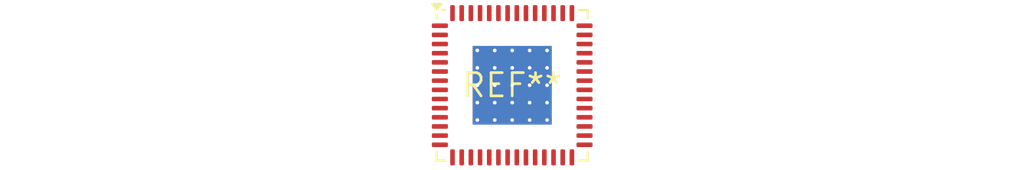
<source format=kicad_pcb>
(kicad_pcb (version 20240108) (generator pcbnew)
  (layers (0 "F.Cu" signal) (31 "B.Cu" signal) (34 "B.Paste" user) (35 "F.Paste" user) (36 "B.SilkS" user "B.Silkscreen") (37 "F.SilkS" user "F.Silkscreen") (38 "B.Mask" user) (39 "F.Mask" user) (44 "Edge.Cuts" user))
  (net 0 "")
  (footprint "QFN-56-1EP_8x8mm_P0.5mm_EP4.3x4.3mm_ThermalVias" (layer "F.Cu") (at 0 0)
    (property "Reference" "REF**")
    (property "Value" "QFN-56-1EP_8x8mm_P0.5mm_EP4.3x4.3mm_ThermalVias")
    (fp_line (start -4.11 -3.635) (end -4.11 -3.87) (layer "F.SilkS") (stroke (width 0.12)))
    (fp_line (start -4.11 4.11) (end -4.11 3.635) (layer "F.SilkS") (stroke (width 0.12)))
    (fp_line (start -3.635 -4.11) (end -3.81 -4.11) (layer "F.SilkS") (stroke (width 0.12)))
    (fp_line (start -3.635 4.11) (end -4.11 4.11) (layer "F.SilkS") (stroke (width 0.12)))
    (fp_line (start 3.635 -4.11) (end 4.11 -4.11) (layer "F.SilkS") (stroke (width 0.12)))
    (fp_line (start 3.635 4.11) (end 4.11 4.11) (layer "F.SilkS") (stroke (width 0.12)))
    (fp_line (start 4.11 -4.11) (end 4.11 -3.635) (layer "F.SilkS") (stroke (width 0.12)))
    (fp_line (start 4.11 4.11) (end 4.11 3.635) (layer "F.SilkS") (stroke (width 0.12)))
    (fp_poly (pts (xy -4.11 -4.11) (xy -4.35 -4.44) (xy -3.87 -4.44) (xy -4.11 -4.11)) (layer "F.SilkS") (stroke (width 0.12)) (fill solid))
    (pad "1" smd roundrect (at -3.9375 -3.25) (size 0.875 0.25) (layers "F.Cu" "F.Paste" "F.Mask"))
    (pad "2" smd roundrect (at -3.9375 -2.75) (size 0.875 0.25) (layers "F.Cu" "F.Paste" "F.Mask"))
    (pad "3" smd roundrect (at -3.9375 -2.25) (size 0.875 0.25) (layers "F.Cu" "F.Paste" "F.Mask"))
    (pad "4" smd roundrect (at -3.9375 -1.75) (size 0.875 0.25) (layers "F.Cu" "F.Paste" "F.Mask"))
    (pad "5" smd roundrect (at -3.9375 -1.25) (size 0.875 0.25) (layers "F.Cu" "F.Paste" "F.Mask"))
    (pad "6" smd roundrect (at -3.9375 -0.75) (size 0.875 0.25) (layers "F.Cu" "F.Paste" "F.Mask"))
    (pad "7" smd roundrect (at -3.9375 -0.25) (size 0.875 0.25) (layers "F.Cu" "F.Paste" "F.Mask"))
    (pad "8" smd roundrect (at -3.9375 0.25) (size 0.875 0.25) (layers "F.Cu" "F.Paste" "F.Mask"))
    (pad "9" smd roundrect (at -3.9375 0.75) (size 0.875 0.25) (layers "F.Cu" "F.Paste" "F.Mask"))
    (pad "10" smd roundrect (at -3.9375 1.25) (size 0.875 0.25) (layers "F.Cu" "F.Paste" "F.Mask"))
    (pad "11" smd roundrect (at -3.9375 1.75) (size 0.875 0.25) (layers "F.Cu" "F.Paste" "F.Mask"))
    (pad "12" smd roundrect (at -3.9375 2.25) (size 0.875 0.25) (layers "F.Cu" "F.Paste" "F.Mask"))
    (pad "13" smd roundrect (at -3.9375 2.75) (size 0.875 0.25) (layers "F.Cu" "F.Paste" "F.Mask"))
    (pad "14" smd roundrect (at -3.9375 3.25) (size 0.875 0.25) (layers "F.Cu" "F.Paste" "F.Mask"))
    (pad "15" smd roundrect (at -3.25 3.9375) (size 0.25 0.875) (layers "F.Cu" "F.Paste" "F.Mask"))
    (pad "16" smd roundrect (at -2.75 3.9375) (size 0.25 0.875) (layers "F.Cu" "F.Paste" "F.Mask"))
    (pad "17" smd roundrect (at -2.25 3.9375) (size 0.25 0.875) (layers "F.Cu" "F.Paste" "F.Mask"))
    (pad "18" smd roundrect (at -1.75 3.9375) (size 0.25 0.875) (layers "F.Cu" "F.Paste" "F.Mask"))
    (pad "19" smd roundrect (at -1.25 3.9375) (size 0.25 0.875) (layers "F.Cu" "F.Paste" "F.Mask"))
    (pad "20" smd roundrect (at -0.75 3.9375) (size 0.25 0.875) (layers "F.Cu" "F.Paste" "F.Mask"))
    (pad "21" smd roundrect (at -0.25 3.9375) (size 0.25 0.875) (layers "F.Cu" "F.Paste" "F.Mask"))
    (pad "22" smd roundrect (at 0.25 3.9375) (size 0.25 0.875) (layers "F.Cu" "F.Paste" "F.Mask"))
    (pad "23" smd roundrect (at 0.75 3.9375) (size 0.25 0.875) (layers "F.Cu" "F.Paste" "F.Mask"))
    (pad "24" smd roundrect (at 1.25 3.9375) (size 0.25 0.875) (layers "F.Cu" "F.Paste" "F.Mask"))
    (pad "25" smd roundrect (at 1.75 3.9375) (size 0.25 0.875) (layers "F.Cu" "F.Paste" "F.Mask"))
    (pad "26" smd roundrect (at 2.25 3.9375) (size 0.25 0.875) (layers "F.Cu" "F.Paste" "F.Mask"))
    (pad "27" smd roundrect (at 2.75 3.9375) (size 0.25 0.875) (layers "F.Cu" "F.Paste" "F.Mask"))
    (pad "28" smd roundrect (at 3.25 3.9375) (size 0.25 0.875) (layers "F.Cu" "F.Paste" "F.Mask"))
    (pad "29" smd roundrect (at 3.9375 3.25) (size 0.875 0.25) (layers "F.Cu" "F.Paste" "F.Mask"))
    (pad "30" smd roundrect (at 3.9375 2.75) (size 0.875 0.25) (layers "F.Cu" "F.Paste" "F.Mask"))
    (pad "31" smd roundrect (at 3.9375 2.25) (size 0.875 0.25) (layers "F.Cu" "F.Paste" "F.Mask"))
    (pad "32" smd roundrect (at 3.9375 1.75) (size 0.875 0.25) (layers "F.Cu" "F.Paste" "F.Mask"))
    (pad "33" smd roundrect (at 3.9375 1.25) (size 0.875 0.25) (layers "F.Cu" "F.Paste" "F.Mask"))
    (pad "34" smd roundrect (at 3.9375 0.75) (size 0.875 0.25) (layers "F.Cu" "F.Paste" "F.Mask"))
    (pad "35" smd roundrect (at 3.9375 0.25) (size 0.875 0.25) (layers "F.Cu" "F.Paste" "F.Mask"))
    (pad "36" smd roundrect (at 3.9375 -0.25) (size 0.875 0.25) (layers "F.Cu" "F.Paste" "F.Mask"))
    (pad "37" smd roundrect (at 3.9375 -0.75) (size 0.875 0.25) (layers "F.Cu" "F.Paste" "F.Mask"))
    (pad "38" smd roundrect (at 3.9375 -1.25) (size 0.875 0.25) (layers "F.Cu" "F.Paste" "F.Mask"))
    (pad "39" smd roundrect (at 3.9375 -1.75) (size 0.875 0.25) (layers "F.Cu" "F.Paste" "F.Mask"))
    (pad "40" smd roundrect (at 3.9375 -2.25) (size 0.875 0.25) (layers "F.Cu" "F.Paste" "F.Mask"))
    (pad "41" smd roundrect (at 3.9375 -2.75) (size 0.875 0.25) (layers "F.Cu" "F.Paste" "F.Mask"))
    (pad "42" smd roundrect (at 3.9375 -3.25) (size 0.875 0.25) (layers "F.Cu" "F.Paste" "F.Mask"))
    (pad "43" smd roundrect (at 3.25 -3.9375) (size 0.25 0.875) (layers "F.Cu" "F.Paste" "F.Mask"))
    (pad "44" smd roundrect (at 2.75 -3.9375) (size 0.25 0.875) (layers "F.Cu" "F.Paste" "F.Mask"))
    (pad "45" smd roundrect (at 2.25 -3.9375) (size 0.25 0.875) (layers "F.Cu" "F.Paste" "F.Mask"))
    (pad "46" smd roundrect (at 1.75 -3.9375) (size 0.25 0.875) (layers "F.Cu" "F.Paste" "F.Mask"))
    (pad "47" smd roundrect (at 1.25 -3.9375) (size 0.25 0.875) (layers "F.Cu" "F.Paste" "F.Mask"))
    (pad "48" smd roundrect (at 0.75 -3.9375) (size 0.25 0.875) (layers "F.Cu" "F.Paste" "F.Mask"))
    (pad "49" smd roundrect (at 0.25 -3.9375) (size 0.25 0.875) (layers "F.Cu" "F.Paste" "F.Mask"))
    (pad "50" smd roundrect (at -0.25 -3.9375) (size 0.25 0.875) (layers "F.Cu" "F.Paste" "F.Mask"))
    (pad "51" smd roundrect (at -0.75 -3.9375) (size 0.25 0.875) (layers "F.Cu" "F.Paste" "F.Mask"))
    (pad "52" smd roundrect (at -1.25 -3.9375) (size 0.25 0.875) (layers "F.Cu" "F.Paste" "F.Mask"))
    (pad "53" smd roundrect (at -1.75 -3.9375) (size 0.25 0.875) (layers "F.Cu" "F.Paste" "F.Mask"))
    (pad "54" smd roundrect (at -2.25 -3.9375) (size 0.25 0.875) (layers "F.Cu" "F.Paste" "F.Mask"))
    (pad "55" smd roundrect (at -2.75 -3.9375) (size 0.25 0.875) (layers "F.Cu" "F.Paste" "F.Mask"))
    (pad "56" smd roundrect (at -3.25 -3.9375) (size 0.25 0.875) (layers "F.Cu" "F.Paste" "F.Mask"))
    (pad "57" thru_hole circle (at -1.9 -1.9) (size 0.5 0.5) (drill 0.2) (property pad_prop_heatsink) (layers *.Cu) (remove_unused_layers))
    (pad "57" thru_hole circle (at -1.9 -0.95) (size 0.5 0.5) (drill 0.2) (property pad_prop_heatsink) (layers *.Cu) (remove_unused_layers))
    (pad "57" thru_hole circle (at -1.9 0) (size 0.5 0.5) (drill 0.2) (property pad_prop_heatsink) (layers *.Cu) (remove_unused_layers))
    (pad "57" thru_hole circle (at -1.9 0.95) (size 0.5 0.5) (drill 0.2) (property pad_prop_heatsink) (layers *.Cu) (remove_unused_layers))
    (pad "57" thru_hole circle (at -1.9 1.9) (size 0.5 0.5) (drill 0.2) (property pad_prop_heatsink) (layers *.Cu) (remove_unused_layers))
    (pad "57" thru_hole circle (at -0.95 -1.9) (size 0.5 0.5) (drill 0.2) (property pad_prop_heatsink) (layers *.Cu) (remove_unused_layers))
    (pad "57" thru_hole circle (at -0.95 -0.95) (size 0.5 0.5) (drill 0.2) (property pad_prop_heatsink) (layers *.Cu) (remove_unused_layers))
    (pad "57" thru_hole circle (at -0.95 0) (size 0.5 0.5) (drill 0.2) (property pad_prop_heatsink) (layers *.Cu) (remove_unused_layers))
    (pad "57" thru_hole circle (at -0.95 0.95) (size 0.5 0.5) (drill 0.2) (property pad_prop_heatsink) (layers *.Cu) (remove_unused_layers))
    (pad "57" thru_hole circle (at -0.95 1.9) (size 0.5 0.5) (drill 0.2) (property pad_prop_heatsink) (layers *.Cu) (remove_unused_layers))
    (pad "57" thru_hole circle (at 0 -1.9) (size 0.5 0.5) (drill 0.2) (property pad_prop_heatsink) (layers *.Cu) (remove_unused_layers))
    (pad "57" thru_hole circle (at 0 -0.95) (size 0.5 0.5) (drill 0.2) (property pad_prop_heatsink) (layers *.Cu) (remove_unused_layers))
    (pad "57" thru_hole circle (at 0 0) (size 0.5 0.5) (drill 0.2) (property pad_prop_heatsink) (layers *.Cu) (remove_unused_layers))
    (pad "57" smd rect (at 0 0) (size 4.3 4.3) (property pad_prop_heatsink) (layers "F.Cu" "F.Mask"))
    (pad "57" smd rect (at 0 0) (size 4.3 4.3) (property pad_prop_heatsink) (layers "B.Cu"))
    (pad "57" thru_hole circle (at 0 0.95) (size 0.5 0.5) (drill 0.2) (property pad_prop_heatsink) (layers *.Cu) (remove_unused_layers))
    (pad "57" thru_hole circle (at 0 1.9) (size 0.5 0.5) (drill 0.2) (property pad_prop_heatsink) (layers *.Cu) (remove_unused_layers))
    (pad "57" thru_hole circle (at 0.95 -1.9) (size 0.5 0.5) (drill 0.2) (property pad_prop_heatsink) (layers *.Cu) (remove_unused_layers))
    (pad "57" thru_hole circle (at 0.95 -0.95) (size 0.5 0.5) (drill 0.2) (property pad_prop_heatsink) (layers *.Cu) (remove_unused_layers))
    (pad "57" thru_hole circle (at 0.95 0) (size 0.5 0.5) (drill 0.2) (property pad_prop_heatsink) (layers *.Cu) (remove_unused_layers))
    (pad "57" thru_hole circle (at 0.95 0.95) (size 0.5 0.5) (drill 0.2) (property pad_prop_heatsink) (layers *.Cu) (remove_unused_layers))
    (pad "57" thru_hole circle (at 0.95 1.9) (size 0.5 0.5) (drill 0.2) (property pad_prop_heatsink) (layers *.Cu) (remove_unused_layers))
    (pad "57" thru_hole circle (at 1.9 -1.9) (size 0.5 0.5) (drill 0.2) (property pad_prop_heatsink) (layers *.Cu) (remove_unused_layers))
    (pad "57" thru_hole circle (at 1.9 -0.95) (size 0.5 0.5) (drill 0.2) (property pad_prop_heatsink) (layers *.Cu) (remove_unused_layers))
    (pad "57" thru_hole circle (at 1.9 0) (size 0.5 0.5) (drill 0.2) (property pad_prop_heatsink) (layers *.Cu) (remove_unused_layers))
    (pad "57" thru_hole circle (at 1.9 0.95) (size 0.5 0.5) (drill 0.2) (property pad_prop_heatsink) (layers *.Cu) (remove_unused_layers))
    (pad "57" thru_hole circle (at 1.9 1.9) (size 0.5 0.5) (drill 0.2) (property pad_prop_heatsink) (layers *.Cu) (remove_unused_layers))
  )
)
</source>
